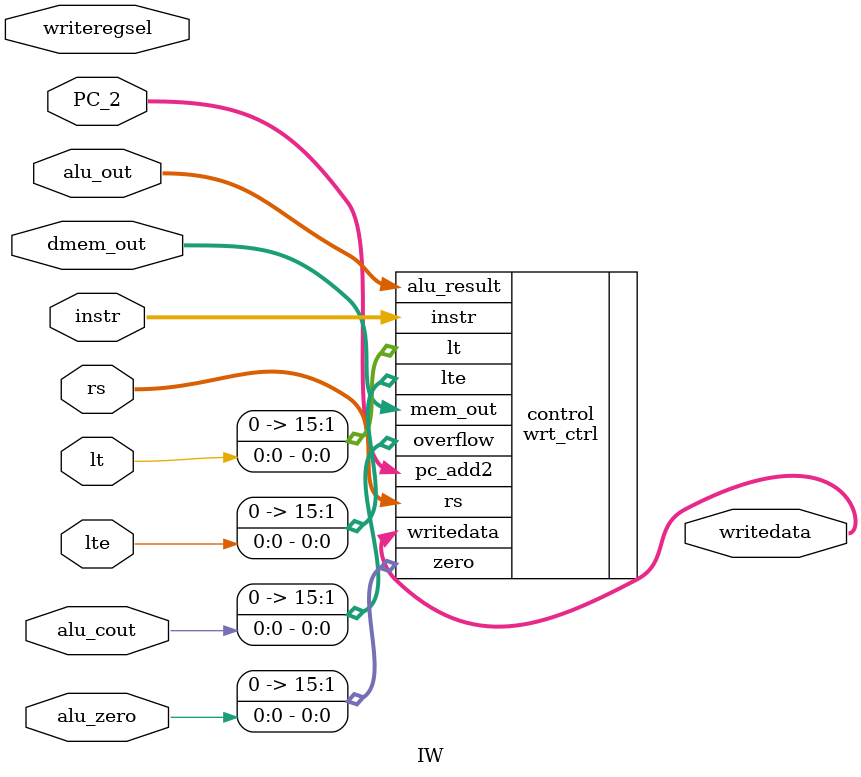
<source format=v>
module IW (instr, alu_out, alu_zero, dmem_out, rs, PC_2, lt, lte, alu_cout,
		   writedata, writeregsel);
	input [15:0] instr;
	input [15:0] alu_out;
	input alu_zero;
	input [15:0] dmem_out;
	input [15:0] rs;
	input [15:0] PC_2;
	input alu_cout, lt, lte;
	input [2:0] writeregsel;

	output [15:0] writedata;

	wrt_ctrl control (.instr(instr),.alu_result(alu_out),.mem_out(dmem_out),
		.rs(rs),.zero({{15{1'b0}},alu_zero}),.lt({{15{1'b0}},lt}),
		.lte({{15{1'b0}},lte}),.pc_add2(PC_2),.overflow({{15{1'b0}},alu_cout}),
		.writedata(writedata)); 
endmodule

</source>
